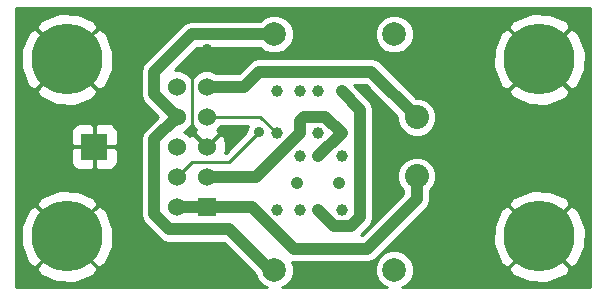
<source format=gbl>
%FSLAX36Y36*%
G04 Gerber Fmt 3.6, Leading zero omitted, Abs format (unit inch)*
G04 Created by KiCad (PCBNEW (2014-jul-16 BZR unknown)-product) date Sat 11 Oct 2014 11:47:49 AM PDT*
%MOIN*%
G01*
G04 APERTURE LIST*
%ADD10C,0.003937*%
%ADD11C,0.236220*%
%ADD12C,0.078700*%
%ADD13R,0.088000X0.088000*%
%ADD14C,0.039370*%
%ADD15C,0.041339*%
%ADD16C,0.080000*%
%ADD17R,0.060000X0.060000*%
%ADD18C,0.060000*%
%ADD19C,0.035000*%
%ADD20C,0.040000*%
%ADD21C,0.010000*%
G04 APERTURE END LIST*
D10*
D11*
X4133858Y-4133858D03*
X5708661Y-4133858D03*
X4133858Y-4724409D03*
X5708661Y-4724409D03*
D12*
X5225000Y-4835000D03*
X4825000Y-4835000D03*
X5225000Y-4050000D03*
X4825000Y-4050000D03*
D13*
X4225000Y-4425000D03*
D14*
X4832677Y-4636772D03*
X4911417Y-4636811D03*
X4832677Y-4457677D03*
X4911417Y-4457677D03*
D15*
X4901575Y-4547244D03*
D14*
X4970472Y-4636772D03*
X5049213Y-4636811D03*
X4970472Y-4457677D03*
X5049213Y-4457677D03*
D15*
X5039370Y-4547244D03*
D14*
X4911417Y-4241142D03*
X4832677Y-4241142D03*
X4911417Y-4380906D03*
X4832677Y-4380906D03*
X5049213Y-4241142D03*
X4970472Y-4241142D03*
X5049213Y-4380906D03*
X4970472Y-4380906D03*
D16*
X5300000Y-4523425D03*
X5300000Y-4326575D03*
D17*
X4600000Y-4625000D03*
D18*
X4500000Y-4625000D03*
X4600000Y-4525000D03*
X4500000Y-4525000D03*
X4600000Y-4425000D03*
X4500000Y-4425000D03*
X4600000Y-4325000D03*
X4500000Y-4325000D03*
X4600000Y-4225000D03*
X4500000Y-4225000D03*
D19*
X5110000Y-4660000D03*
X4775000Y-4375000D03*
X4600000Y-4100000D03*
D20*
X4970472Y-4636772D02*
X5023701Y-4690000D01*
X5110000Y-4301929D02*
X5049213Y-4241142D01*
X5110000Y-4350000D02*
X5110000Y-4301929D01*
X5110000Y-4660000D02*
X5110000Y-4350000D01*
X5080000Y-4690000D02*
X5110000Y-4660000D01*
X5023701Y-4690000D02*
X5080000Y-4690000D01*
D21*
X4550000Y-4475000D02*
X4500000Y-4525000D01*
X4675000Y-4475000D02*
X4550000Y-4475000D01*
X4775000Y-4375000D02*
X4675000Y-4475000D01*
X4832677Y-4380906D02*
X4776772Y-4325000D01*
X4776772Y-4325000D02*
X4600000Y-4325000D01*
D20*
X5300000Y-4326575D02*
X5148425Y-4175000D01*
X4725000Y-4225000D02*
X4600000Y-4225000D01*
X4775000Y-4175000D02*
X4725000Y-4225000D01*
X5148425Y-4175000D02*
X4775000Y-4175000D01*
X5300000Y-4523425D02*
X5300000Y-4600000D01*
X5135000Y-4765000D02*
X4890000Y-4765000D01*
X5300000Y-4600000D02*
X5135000Y-4765000D01*
X4600000Y-4625000D02*
X4500000Y-4625000D01*
X4750000Y-4625000D02*
X4600000Y-4625000D01*
X4890000Y-4765000D02*
X4750000Y-4625000D01*
D21*
X4550000Y-4375000D02*
X4550000Y-4150000D01*
X4550000Y-4150000D02*
X4600000Y-4100000D01*
X4600000Y-4425000D02*
X4550000Y-4375000D01*
D20*
X4911417Y-4380906D02*
X4911417Y-4338583D01*
X4993307Y-4325000D02*
X5049213Y-4380906D01*
X4925000Y-4325000D02*
X4993307Y-4325000D01*
X4911417Y-4338583D02*
X4925000Y-4325000D01*
X4970472Y-4457677D02*
X4972441Y-4457677D01*
X4972441Y-4457677D02*
X5049213Y-4380906D01*
X4832677Y-4457677D02*
X4834646Y-4457677D01*
X4834646Y-4457677D02*
X4911417Y-4380906D01*
D21*
X4970472Y-4439961D02*
X4970472Y-4457677D01*
D20*
X4600000Y-4525000D02*
X4765354Y-4525000D01*
X4765354Y-4525000D02*
X4832677Y-4457677D01*
X4825000Y-4835000D02*
X4810000Y-4835000D01*
X4810000Y-4835000D02*
X4675000Y-4700000D01*
X4475000Y-4700000D02*
X4425000Y-4650000D01*
X4675000Y-4700000D02*
X4475000Y-4700000D01*
X4425000Y-4400000D02*
X4500000Y-4325000D01*
X4425000Y-4650000D02*
X4425000Y-4400000D01*
X4500000Y-4325000D02*
X4425000Y-4250000D01*
X4550000Y-4050000D02*
X4825000Y-4050000D01*
X4425000Y-4175000D02*
X4550000Y-4050000D01*
X4425000Y-4250000D02*
X4425000Y-4175000D01*
D21*
G36*
X4737286Y-4355000D02*
X4732507Y-4366509D01*
X4732500Y-4375074D01*
X4662574Y-4445000D01*
X4662231Y-4445000D01*
X4664668Y-4439497D01*
X4665294Y-4413646D01*
X4655978Y-4389524D01*
X4654198Y-4386859D01*
X4641376Y-4385038D01*
X4601414Y-4425000D01*
X4601971Y-4425557D01*
X4600557Y-4426971D01*
X4600000Y-4426414D01*
X4599443Y-4426971D01*
X4598029Y-4425557D01*
X4598586Y-4425000D01*
X4558624Y-4385038D01*
X4545802Y-4386859D01*
X4543908Y-4391135D01*
X4531196Y-4378400D01*
X4523011Y-4375002D01*
X4531114Y-4371654D01*
X4546600Y-4356196D01*
X4549998Y-4348011D01*
X4553346Y-4356114D01*
X4565756Y-4368546D01*
X4564524Y-4369022D01*
X4561859Y-4370802D01*
X4560038Y-4383624D01*
X4600000Y-4423586D01*
X4639962Y-4383624D01*
X4638141Y-4370802D01*
X4633865Y-4368908D01*
X4646600Y-4356196D01*
X4647096Y-4355000D01*
X4737286Y-4355000D01*
X4737286Y-4355000D01*
G37*
X4737286Y-4355000D02*
X4732507Y-4366509D01*
X4732500Y-4375074D01*
X4662574Y-4445000D01*
X4662231Y-4445000D01*
X4664668Y-4439497D01*
X4665294Y-4413646D01*
X4655978Y-4389524D01*
X4654198Y-4386859D01*
X4641376Y-4385038D01*
X4601414Y-4425000D01*
X4601971Y-4425557D01*
X4600557Y-4426971D01*
X4600000Y-4426414D01*
X4599443Y-4426971D01*
X4598029Y-4425557D01*
X4598586Y-4425000D01*
X4558624Y-4385038D01*
X4545802Y-4386859D01*
X4543908Y-4391135D01*
X4531196Y-4378400D01*
X4523011Y-4375002D01*
X4531114Y-4371654D01*
X4546600Y-4356196D01*
X4549998Y-4348011D01*
X4553346Y-4356114D01*
X4565756Y-4368546D01*
X4564524Y-4369022D01*
X4561859Y-4370802D01*
X4560038Y-4383624D01*
X4600000Y-4423586D01*
X4639962Y-4383624D01*
X4638141Y-4370802D01*
X4633865Y-4368908D01*
X4646600Y-4356196D01*
X4647096Y-4355000D01*
X4737286Y-4355000D01*
G36*
X5878543Y-4894291D02*
X5862690Y-4894291D01*
X5862690Y-4699001D01*
X5862690Y-4108450D01*
X5841242Y-4051440D01*
X5835542Y-4042910D01*
X5813565Y-4030369D01*
X5812151Y-4031783D01*
X5812151Y-4028954D01*
X5799610Y-4006978D01*
X5744131Y-3981831D01*
X5683253Y-3979830D01*
X5626243Y-4001278D01*
X5617713Y-4006978D01*
X5605172Y-4028954D01*
X5708661Y-4132444D01*
X5812151Y-4028954D01*
X5812151Y-4031783D01*
X5710076Y-4133858D01*
X5813565Y-4237348D01*
X5835542Y-4224806D01*
X5860688Y-4169328D01*
X5862690Y-4108450D01*
X5862690Y-4699001D01*
X5841242Y-4641991D01*
X5835542Y-4633461D01*
X5813565Y-4620920D01*
X5812151Y-4622334D01*
X5812151Y-4619506D01*
X5812151Y-4238762D01*
X5708661Y-4135272D01*
X5707247Y-4136687D01*
X5707247Y-4133858D01*
X5603758Y-4030369D01*
X5581781Y-4042910D01*
X5556635Y-4098388D01*
X5554633Y-4159266D01*
X5576081Y-4216276D01*
X5581781Y-4224806D01*
X5603758Y-4237348D01*
X5707247Y-4133858D01*
X5707247Y-4136687D01*
X5605172Y-4238762D01*
X5617713Y-4260739D01*
X5673191Y-4285885D01*
X5734070Y-4287887D01*
X5791080Y-4266439D01*
X5799610Y-4260739D01*
X5812151Y-4238762D01*
X5812151Y-4619506D01*
X5799610Y-4597529D01*
X5744131Y-4572383D01*
X5683253Y-4570381D01*
X5626243Y-4591829D01*
X5617713Y-4597529D01*
X5605172Y-4619506D01*
X5708661Y-4722995D01*
X5812151Y-4619506D01*
X5812151Y-4622334D01*
X5710076Y-4724409D01*
X5813565Y-4827899D01*
X5835542Y-4815358D01*
X5860688Y-4759879D01*
X5862690Y-4699001D01*
X5862690Y-4894291D01*
X5812151Y-4894291D01*
X5812151Y-4829313D01*
X5708661Y-4725824D01*
X5707247Y-4727238D01*
X5707247Y-4724409D01*
X5603758Y-4620920D01*
X5581781Y-4633461D01*
X5556635Y-4688939D01*
X5554633Y-4749818D01*
X5576081Y-4806828D01*
X5581781Y-4815358D01*
X5603758Y-4827899D01*
X5707247Y-4724409D01*
X5707247Y-4727238D01*
X5605172Y-4829313D01*
X5617713Y-4851290D01*
X5673191Y-4876436D01*
X5734070Y-4878438D01*
X5791080Y-4856990D01*
X5799610Y-4851290D01*
X5812151Y-4829313D01*
X5812151Y-4894291D01*
X5250014Y-4894291D01*
X5261404Y-4889585D01*
X5279521Y-4871499D01*
X5289339Y-4847856D01*
X5289361Y-4822256D01*
X5279585Y-4798596D01*
X5261499Y-4780479D01*
X5237856Y-4770661D01*
X5212256Y-4770639D01*
X5188596Y-4780415D01*
X5170479Y-4798501D01*
X5160661Y-4822144D01*
X5160639Y-4847744D01*
X5170415Y-4871404D01*
X5188501Y-4889521D01*
X5199988Y-4894291D01*
X4850014Y-4894291D01*
X4861404Y-4889585D01*
X4879521Y-4871499D01*
X4889339Y-4847856D01*
X4889361Y-4822256D01*
X4883786Y-4808764D01*
X4890000Y-4810000D01*
X5135000Y-4810000D01*
X5152221Y-4806575D01*
X5166820Y-4796820D01*
X5331820Y-4631820D01*
X5341575Y-4617221D01*
X5345000Y-4600000D01*
X5345000Y-4570347D01*
X5355072Y-4560293D01*
X5364989Y-4536411D01*
X5365011Y-4510553D01*
X5355136Y-4486654D01*
X5336868Y-4468353D01*
X5312986Y-4458436D01*
X5287127Y-4458414D01*
X5263229Y-4468289D01*
X5244928Y-4486558D01*
X5235011Y-4510439D01*
X5234989Y-4536298D01*
X5244864Y-4560197D01*
X5255000Y-4570351D01*
X5255000Y-4581360D01*
X5116360Y-4720000D01*
X5113640Y-4720000D01*
X5141820Y-4691820D01*
X5151575Y-4677221D01*
X5155000Y-4660000D01*
X5155000Y-4350000D01*
X5155000Y-4301929D01*
X5151575Y-4284708D01*
X5141820Y-4270109D01*
X5091710Y-4220000D01*
X5129786Y-4220000D01*
X5235001Y-4325216D01*
X5234989Y-4339447D01*
X5244864Y-4363346D01*
X5263132Y-4381647D01*
X5287014Y-4391564D01*
X5312873Y-4391586D01*
X5336771Y-4381711D01*
X5355072Y-4363442D01*
X5364989Y-4339561D01*
X5365011Y-4313702D01*
X5355136Y-4289803D01*
X5336868Y-4271503D01*
X5312986Y-4261586D01*
X5298638Y-4261574D01*
X5289361Y-4252296D01*
X5289361Y-4037256D01*
X5279585Y-4013596D01*
X5261499Y-3995479D01*
X5237856Y-3985661D01*
X5212256Y-3985639D01*
X5188596Y-3995415D01*
X5170479Y-4013501D01*
X5160661Y-4037144D01*
X5160639Y-4062744D01*
X5170415Y-4086404D01*
X5188501Y-4104521D01*
X5212144Y-4114339D01*
X5237744Y-4114361D01*
X5261404Y-4104585D01*
X5279521Y-4086499D01*
X5289339Y-4062856D01*
X5289361Y-4037256D01*
X5289361Y-4252296D01*
X5180245Y-4143180D01*
X5165646Y-4133425D01*
X5148425Y-4130000D01*
X4775000Y-4130000D01*
X4757779Y-4133425D01*
X4743180Y-4143180D01*
X4706360Y-4180000D01*
X4632792Y-4180000D01*
X4631196Y-4178400D01*
X4610988Y-4170010D01*
X4589108Y-4169990D01*
X4568886Y-4178346D01*
X4553400Y-4193804D01*
X4550002Y-4201989D01*
X4546654Y-4193886D01*
X4531196Y-4178400D01*
X4510988Y-4170010D01*
X4493645Y-4169994D01*
X4568640Y-4095000D01*
X4778996Y-4095000D01*
X4788501Y-4104521D01*
X4812144Y-4114339D01*
X4837744Y-4114361D01*
X4861404Y-4104585D01*
X4879521Y-4086499D01*
X4889339Y-4062856D01*
X4889361Y-4037256D01*
X4879585Y-4013596D01*
X4861499Y-3995479D01*
X4837856Y-3985661D01*
X4812256Y-3985639D01*
X4788596Y-3995415D01*
X4778994Y-4005000D01*
X4550000Y-4005000D01*
X4532779Y-4008425D01*
X4518180Y-4018180D01*
X4393180Y-4143180D01*
X4383425Y-4157779D01*
X4380000Y-4175000D01*
X4380000Y-4250000D01*
X4383425Y-4267221D01*
X4393180Y-4281820D01*
X4436360Y-4325000D01*
X4393180Y-4368180D01*
X4383425Y-4382779D01*
X4380000Y-4400000D01*
X4380000Y-4650000D01*
X4383425Y-4667221D01*
X4393180Y-4681820D01*
X4443180Y-4731820D01*
X4457779Y-4741575D01*
X4475000Y-4745000D01*
X4656360Y-4745000D01*
X4761719Y-4850359D01*
X4770415Y-4871404D01*
X4788501Y-4889521D01*
X4799988Y-4894291D01*
X4304000Y-4894291D01*
X4304000Y-4475962D01*
X4304000Y-4462038D01*
X4304000Y-4434750D01*
X4304000Y-4415250D01*
X4304000Y-4387962D01*
X4304000Y-4374038D01*
X4298672Y-4361174D01*
X4288826Y-4351328D01*
X4287887Y-4350939D01*
X4287887Y-4108450D01*
X4266439Y-4051440D01*
X4260739Y-4042910D01*
X4238762Y-4030369D01*
X4237348Y-4031783D01*
X4237348Y-4028954D01*
X4224806Y-4006978D01*
X4169328Y-3981831D01*
X4108450Y-3979830D01*
X4051440Y-4001278D01*
X4042910Y-4006978D01*
X4030369Y-4028954D01*
X4133858Y-4132444D01*
X4237348Y-4028954D01*
X4237348Y-4031783D01*
X4135272Y-4133858D01*
X4238762Y-4237348D01*
X4260739Y-4224806D01*
X4285885Y-4169328D01*
X4287887Y-4108450D01*
X4287887Y-4350939D01*
X4275962Y-4346000D01*
X4237348Y-4346000D01*
X4237348Y-4238762D01*
X4133858Y-4135272D01*
X4132444Y-4136687D01*
X4132444Y-4133858D01*
X4028954Y-4030369D01*
X4006978Y-4042910D01*
X3981831Y-4098388D01*
X3979830Y-4159266D01*
X4001278Y-4216276D01*
X4006978Y-4224806D01*
X4028954Y-4237348D01*
X4132444Y-4133858D01*
X4132444Y-4136687D01*
X4030369Y-4238762D01*
X4042910Y-4260739D01*
X4098388Y-4285885D01*
X4159266Y-4287887D01*
X4216276Y-4266439D01*
X4224806Y-4260739D01*
X4237348Y-4238762D01*
X4237348Y-4346000D01*
X4234750Y-4346000D01*
X4226000Y-4354750D01*
X4226000Y-4424000D01*
X4295250Y-4424000D01*
X4304000Y-4415250D01*
X4304000Y-4434750D01*
X4295250Y-4426000D01*
X4226000Y-4426000D01*
X4226000Y-4495250D01*
X4234750Y-4504000D01*
X4275962Y-4504000D01*
X4288826Y-4498672D01*
X4298672Y-4488826D01*
X4304000Y-4475962D01*
X4304000Y-4894291D01*
X4287887Y-4894291D01*
X4287887Y-4699001D01*
X4266439Y-4641991D01*
X4260739Y-4633461D01*
X4238762Y-4620920D01*
X4237348Y-4622334D01*
X4237348Y-4619506D01*
X4224806Y-4597529D01*
X4224000Y-4597163D01*
X4224000Y-4495250D01*
X4224000Y-4426000D01*
X4224000Y-4424000D01*
X4224000Y-4354750D01*
X4215250Y-4346000D01*
X4174038Y-4346000D01*
X4161174Y-4351328D01*
X4151328Y-4361174D01*
X4146000Y-4374038D01*
X4146000Y-4387962D01*
X4146000Y-4415250D01*
X4154750Y-4424000D01*
X4224000Y-4424000D01*
X4224000Y-4426000D01*
X4154750Y-4426000D01*
X4146000Y-4434750D01*
X4146000Y-4462038D01*
X4146000Y-4475962D01*
X4151328Y-4488826D01*
X4161174Y-4498672D01*
X4174038Y-4504000D01*
X4215250Y-4504000D01*
X4224000Y-4495250D01*
X4224000Y-4597163D01*
X4169328Y-4572383D01*
X4108450Y-4570381D01*
X4051440Y-4591829D01*
X4042910Y-4597529D01*
X4030369Y-4619506D01*
X4133858Y-4722995D01*
X4237348Y-4619506D01*
X4237348Y-4622334D01*
X4135272Y-4724409D01*
X4238762Y-4827899D01*
X4260739Y-4815358D01*
X4285885Y-4759879D01*
X4287887Y-4699001D01*
X4287887Y-4894291D01*
X4237348Y-4894291D01*
X4237348Y-4829313D01*
X4133858Y-4725824D01*
X4132444Y-4727238D01*
X4132444Y-4724409D01*
X4028954Y-4620920D01*
X4006978Y-4633461D01*
X3981831Y-4688939D01*
X3979830Y-4749818D01*
X4001278Y-4806828D01*
X4006978Y-4815358D01*
X4028954Y-4827899D01*
X4132444Y-4724409D01*
X4132444Y-4727238D01*
X4030369Y-4829313D01*
X4042910Y-4851290D01*
X4098388Y-4876436D01*
X4159266Y-4878438D01*
X4216276Y-4856990D01*
X4224806Y-4851290D01*
X4237348Y-4829313D01*
X4237348Y-4894291D01*
X3963976Y-4894291D01*
X3963976Y-3963976D01*
X5878543Y-3963976D01*
X5878543Y-4894291D01*
X5878543Y-4894291D01*
G37*
X5878543Y-4894291D02*
X5862690Y-4894291D01*
X5862690Y-4699001D01*
X5862690Y-4108450D01*
X5841242Y-4051440D01*
X5835542Y-4042910D01*
X5813565Y-4030369D01*
X5812151Y-4031783D01*
X5812151Y-4028954D01*
X5799610Y-4006978D01*
X5744131Y-3981831D01*
X5683253Y-3979830D01*
X5626243Y-4001278D01*
X5617713Y-4006978D01*
X5605172Y-4028954D01*
X5708661Y-4132444D01*
X5812151Y-4028954D01*
X5812151Y-4031783D01*
X5710076Y-4133858D01*
X5813565Y-4237348D01*
X5835542Y-4224806D01*
X5860688Y-4169328D01*
X5862690Y-4108450D01*
X5862690Y-4699001D01*
X5841242Y-4641991D01*
X5835542Y-4633461D01*
X5813565Y-4620920D01*
X5812151Y-4622334D01*
X5812151Y-4619506D01*
X5812151Y-4238762D01*
X5708661Y-4135272D01*
X5707247Y-4136687D01*
X5707247Y-4133858D01*
X5603758Y-4030369D01*
X5581781Y-4042910D01*
X5556635Y-4098388D01*
X5554633Y-4159266D01*
X5576081Y-4216276D01*
X5581781Y-4224806D01*
X5603758Y-4237348D01*
X5707247Y-4133858D01*
X5707247Y-4136687D01*
X5605172Y-4238762D01*
X5617713Y-4260739D01*
X5673191Y-4285885D01*
X5734070Y-4287887D01*
X5791080Y-4266439D01*
X5799610Y-4260739D01*
X5812151Y-4238762D01*
X5812151Y-4619506D01*
X5799610Y-4597529D01*
X5744131Y-4572383D01*
X5683253Y-4570381D01*
X5626243Y-4591829D01*
X5617713Y-4597529D01*
X5605172Y-4619506D01*
X5708661Y-4722995D01*
X5812151Y-4619506D01*
X5812151Y-4622334D01*
X5710076Y-4724409D01*
X5813565Y-4827899D01*
X5835542Y-4815358D01*
X5860688Y-4759879D01*
X5862690Y-4699001D01*
X5862690Y-4894291D01*
X5812151Y-4894291D01*
X5812151Y-4829313D01*
X5708661Y-4725824D01*
X5707247Y-4727238D01*
X5707247Y-4724409D01*
X5603758Y-4620920D01*
X5581781Y-4633461D01*
X5556635Y-4688939D01*
X5554633Y-4749818D01*
X5576081Y-4806828D01*
X5581781Y-4815358D01*
X5603758Y-4827899D01*
X5707247Y-4724409D01*
X5707247Y-4727238D01*
X5605172Y-4829313D01*
X5617713Y-4851290D01*
X5673191Y-4876436D01*
X5734070Y-4878438D01*
X5791080Y-4856990D01*
X5799610Y-4851290D01*
X5812151Y-4829313D01*
X5812151Y-4894291D01*
X5250014Y-4894291D01*
X5261404Y-4889585D01*
X5279521Y-4871499D01*
X5289339Y-4847856D01*
X5289361Y-4822256D01*
X5279585Y-4798596D01*
X5261499Y-4780479D01*
X5237856Y-4770661D01*
X5212256Y-4770639D01*
X5188596Y-4780415D01*
X5170479Y-4798501D01*
X5160661Y-4822144D01*
X5160639Y-4847744D01*
X5170415Y-4871404D01*
X5188501Y-4889521D01*
X5199988Y-4894291D01*
X4850014Y-4894291D01*
X4861404Y-4889585D01*
X4879521Y-4871499D01*
X4889339Y-4847856D01*
X4889361Y-4822256D01*
X4883786Y-4808764D01*
X4890000Y-4810000D01*
X5135000Y-4810000D01*
X5152221Y-4806575D01*
X5166820Y-4796820D01*
X5331820Y-4631820D01*
X5341575Y-4617221D01*
X5345000Y-4600000D01*
X5345000Y-4570347D01*
X5355072Y-4560293D01*
X5364989Y-4536411D01*
X5365011Y-4510553D01*
X5355136Y-4486654D01*
X5336868Y-4468353D01*
X5312986Y-4458436D01*
X5287127Y-4458414D01*
X5263229Y-4468289D01*
X5244928Y-4486558D01*
X5235011Y-4510439D01*
X5234989Y-4536298D01*
X5244864Y-4560197D01*
X5255000Y-4570351D01*
X5255000Y-4581360D01*
X5116360Y-4720000D01*
X5113640Y-4720000D01*
X5141820Y-4691820D01*
X5151575Y-4677221D01*
X5155000Y-4660000D01*
X5155000Y-4350000D01*
X5155000Y-4301929D01*
X5151575Y-4284708D01*
X5141820Y-4270109D01*
X5091710Y-4220000D01*
X5129786Y-4220000D01*
X5235001Y-4325216D01*
X5234989Y-4339447D01*
X5244864Y-4363346D01*
X5263132Y-4381647D01*
X5287014Y-4391564D01*
X5312873Y-4391586D01*
X5336771Y-4381711D01*
X5355072Y-4363442D01*
X5364989Y-4339561D01*
X5365011Y-4313702D01*
X5355136Y-4289803D01*
X5336868Y-4271503D01*
X5312986Y-4261586D01*
X5298638Y-4261574D01*
X5289361Y-4252296D01*
X5289361Y-4037256D01*
X5279585Y-4013596D01*
X5261499Y-3995479D01*
X5237856Y-3985661D01*
X5212256Y-3985639D01*
X5188596Y-3995415D01*
X5170479Y-4013501D01*
X5160661Y-4037144D01*
X5160639Y-4062744D01*
X5170415Y-4086404D01*
X5188501Y-4104521D01*
X5212144Y-4114339D01*
X5237744Y-4114361D01*
X5261404Y-4104585D01*
X5279521Y-4086499D01*
X5289339Y-4062856D01*
X5289361Y-4037256D01*
X5289361Y-4252296D01*
X5180245Y-4143180D01*
X5165646Y-4133425D01*
X5148425Y-4130000D01*
X4775000Y-4130000D01*
X4757779Y-4133425D01*
X4743180Y-4143180D01*
X4706360Y-4180000D01*
X4632792Y-4180000D01*
X4631196Y-4178400D01*
X4610988Y-4170010D01*
X4589108Y-4169990D01*
X4568886Y-4178346D01*
X4553400Y-4193804D01*
X4550002Y-4201989D01*
X4546654Y-4193886D01*
X4531196Y-4178400D01*
X4510988Y-4170010D01*
X4493645Y-4169994D01*
X4568640Y-4095000D01*
X4778996Y-4095000D01*
X4788501Y-4104521D01*
X4812144Y-4114339D01*
X4837744Y-4114361D01*
X4861404Y-4104585D01*
X4879521Y-4086499D01*
X4889339Y-4062856D01*
X4889361Y-4037256D01*
X4879585Y-4013596D01*
X4861499Y-3995479D01*
X4837856Y-3985661D01*
X4812256Y-3985639D01*
X4788596Y-3995415D01*
X4778994Y-4005000D01*
X4550000Y-4005000D01*
X4532779Y-4008425D01*
X4518180Y-4018180D01*
X4393180Y-4143180D01*
X4383425Y-4157779D01*
X4380000Y-4175000D01*
X4380000Y-4250000D01*
X4383425Y-4267221D01*
X4393180Y-4281820D01*
X4436360Y-4325000D01*
X4393180Y-4368180D01*
X4383425Y-4382779D01*
X4380000Y-4400000D01*
X4380000Y-4650000D01*
X4383425Y-4667221D01*
X4393180Y-4681820D01*
X4443180Y-4731820D01*
X4457779Y-4741575D01*
X4475000Y-4745000D01*
X4656360Y-4745000D01*
X4761719Y-4850359D01*
X4770415Y-4871404D01*
X4788501Y-4889521D01*
X4799988Y-4894291D01*
X4304000Y-4894291D01*
X4304000Y-4475962D01*
X4304000Y-4462038D01*
X4304000Y-4434750D01*
X4304000Y-4415250D01*
X4304000Y-4387962D01*
X4304000Y-4374038D01*
X4298672Y-4361174D01*
X4288826Y-4351328D01*
X4287887Y-4350939D01*
X4287887Y-4108450D01*
X4266439Y-4051440D01*
X4260739Y-4042910D01*
X4238762Y-4030369D01*
X4237348Y-4031783D01*
X4237348Y-4028954D01*
X4224806Y-4006978D01*
X4169328Y-3981831D01*
X4108450Y-3979830D01*
X4051440Y-4001278D01*
X4042910Y-4006978D01*
X4030369Y-4028954D01*
X4133858Y-4132444D01*
X4237348Y-4028954D01*
X4237348Y-4031783D01*
X4135272Y-4133858D01*
X4238762Y-4237348D01*
X4260739Y-4224806D01*
X4285885Y-4169328D01*
X4287887Y-4108450D01*
X4287887Y-4350939D01*
X4275962Y-4346000D01*
X4237348Y-4346000D01*
X4237348Y-4238762D01*
X4133858Y-4135272D01*
X4132444Y-4136687D01*
X4132444Y-4133858D01*
X4028954Y-4030369D01*
X4006978Y-4042910D01*
X3981831Y-4098388D01*
X3979830Y-4159266D01*
X4001278Y-4216276D01*
X4006978Y-4224806D01*
X4028954Y-4237348D01*
X4132444Y-4133858D01*
X4132444Y-4136687D01*
X4030369Y-4238762D01*
X4042910Y-4260739D01*
X4098388Y-4285885D01*
X4159266Y-4287887D01*
X4216276Y-4266439D01*
X4224806Y-4260739D01*
X4237348Y-4238762D01*
X4237348Y-4346000D01*
X4234750Y-4346000D01*
X4226000Y-4354750D01*
X4226000Y-4424000D01*
X4295250Y-4424000D01*
X4304000Y-4415250D01*
X4304000Y-4434750D01*
X4295250Y-4426000D01*
X4226000Y-4426000D01*
X4226000Y-4495250D01*
X4234750Y-4504000D01*
X4275962Y-4504000D01*
X4288826Y-4498672D01*
X4298672Y-4488826D01*
X4304000Y-4475962D01*
X4304000Y-4894291D01*
X4287887Y-4894291D01*
X4287887Y-4699001D01*
X4266439Y-4641991D01*
X4260739Y-4633461D01*
X4238762Y-4620920D01*
X4237348Y-4622334D01*
X4237348Y-4619506D01*
X4224806Y-4597529D01*
X4224000Y-4597163D01*
X4224000Y-4495250D01*
X4224000Y-4426000D01*
X4224000Y-4424000D01*
X4224000Y-4354750D01*
X4215250Y-4346000D01*
X4174038Y-4346000D01*
X4161174Y-4351328D01*
X4151328Y-4361174D01*
X4146000Y-4374038D01*
X4146000Y-4387962D01*
X4146000Y-4415250D01*
X4154750Y-4424000D01*
X4224000Y-4424000D01*
X4224000Y-4426000D01*
X4154750Y-4426000D01*
X4146000Y-4434750D01*
X4146000Y-4462038D01*
X4146000Y-4475962D01*
X4151328Y-4488826D01*
X4161174Y-4498672D01*
X4174038Y-4504000D01*
X4215250Y-4504000D01*
X4224000Y-4495250D01*
X4224000Y-4597163D01*
X4169328Y-4572383D01*
X4108450Y-4570381D01*
X4051440Y-4591829D01*
X4042910Y-4597529D01*
X4030369Y-4619506D01*
X4133858Y-4722995D01*
X4237348Y-4619506D01*
X4237348Y-4622334D01*
X4135272Y-4724409D01*
X4238762Y-4827899D01*
X4260739Y-4815358D01*
X4285885Y-4759879D01*
X4287887Y-4699001D01*
X4287887Y-4894291D01*
X4237348Y-4894291D01*
X4237348Y-4829313D01*
X4133858Y-4725824D01*
X4132444Y-4727238D01*
X4132444Y-4724409D01*
X4028954Y-4620920D01*
X4006978Y-4633461D01*
X3981831Y-4688939D01*
X3979830Y-4749818D01*
X4001278Y-4806828D01*
X4006978Y-4815358D01*
X4028954Y-4827899D01*
X4132444Y-4724409D01*
X4132444Y-4727238D01*
X4030369Y-4829313D01*
X4042910Y-4851290D01*
X4098388Y-4876436D01*
X4159266Y-4878438D01*
X4216276Y-4856990D01*
X4224806Y-4851290D01*
X4237348Y-4829313D01*
X4237348Y-4894291D01*
X3963976Y-4894291D01*
X3963976Y-3963976D01*
X5878543Y-3963976D01*
X5878543Y-4894291D01*
M02*

</source>
